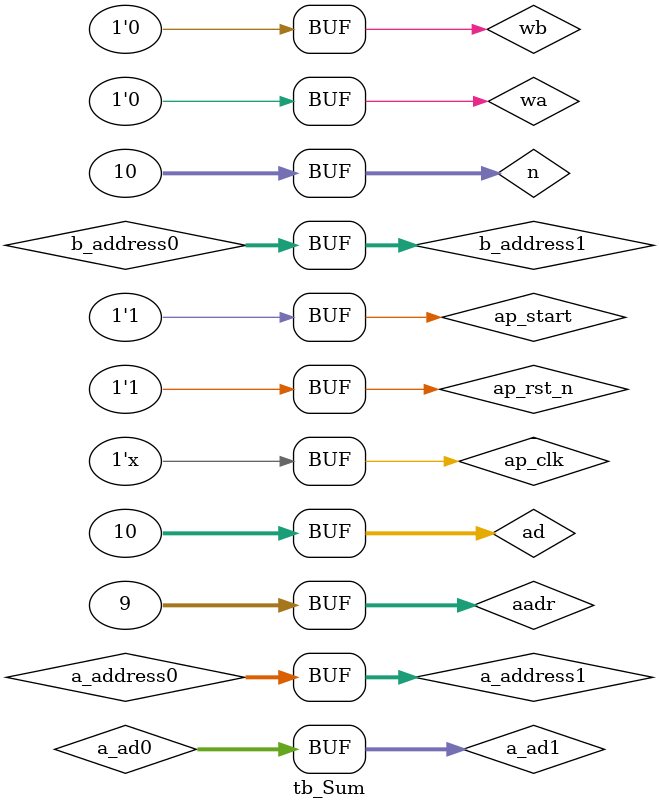
<source format=v>
`timescale 1ns / 1ps

module tb_Sum;
    // Declare inputs and outputs
    wire [31:0] a_q0;
    wire [31:0] a_address0;
    wire [31:0] a_ad0;
    wire a_ce0;
    wire a_we0;
    
    wire [31:0] b_q0;
    wire [31:0] b_address0;
    wire [31:0] b_ad0;
    wire b_ce0;
    wire b_we0;

    reg [31:0] n;
    wire [31:0] ap_return;
    reg ap_clk = 0;
    reg ap_rst_n = 0;
    reg ap_start;
    wire ap_idle;
    wire ap_done;

    reg wa;
    reg [31:0] ad;
    wire [31:0] a_ad1;
    reg [31:0] aadr;
    wire [31:0] a_address1;

    reg wb;
    reg [31:0] bd;
    wire [31:0] b_ad1;
    reg [31:0] badr;
    wire [31:0] b_address1;

    // Instantiate the DUT
    assign a_ad1 = ap_start ? a_ad0 : ad;
    assign b_ad1 = ap_start ? b_ad0 : bd;
    assign a_address1 = ap_start ? a_address0 : aadr;
    assign b_address1 = b_address0;
    SRAM a (
        .address0(a_address1),
        .d0(a_ad1),
        .ce0(a_ce0),
        .we0(a_we0 || wa),
        .q0(a_q0)
    );
    SRAM b (
        .address0(b_address1),
        .d0(b_ad1),
        .ce0(b_ce0),
        .we0(b_we0 || wb),
        .q0(b_q0)
    );
    Sum sum(
        .a_q0(a_q0),
        .a_address0(a_address0),
        .a_ad0(a_ad0),
        .a_ce0(a_ce0),
        .a_we0(a_we0),
        .b_q0(b_q0),
        .b_address0(b_address0),
        .b_ad0(b_ad0),
        .b_ce0(b_ce0),
        .b_we0(b_we0),
        .n(n),
        .ap_return(ap_return),
        .ap_clk(ap_clk),
        .ap_rst_n(ap_rst_n),
        .ap_start(ap_start),
        .ap_idle(ap_idle),
        .ap_done(ap_done)
    );

    // Clock generation
    always #5 ap_clk = ~ap_clk;

    // Reset generation
    initial begin
        ap_rst_n = 0;
        ap_start = 0;
        wa = 1;
        wb = 1;
        
        #2
        aadr = 0;
        ad = 1;
        
        #2
        aadr = 1;
        ad = 2;
        
        #2
        aadr = 2;
        ad = 3;
        
        #2
        aadr = 3;
        ad = 4;
        
        #2
        aadr = 4;
        ad = 5;
        
        #2
        aadr = 5;
        ad = 6;
        
        #2
        aadr = 6;
        ad = 7;
        
        #2
        aadr = 7;
        ad = 8;
        
        #2
        aadr = 8;
        ad = 9;
        
        #2
        aadr = 9;
        ad = 10;      
        
        #20;
        wa = 0;
        wb = 0;
        ap_start = 1;
        ap_rst_n = 1;
        n = 32'd10;
    end

    // Test case

endmodule


</source>
